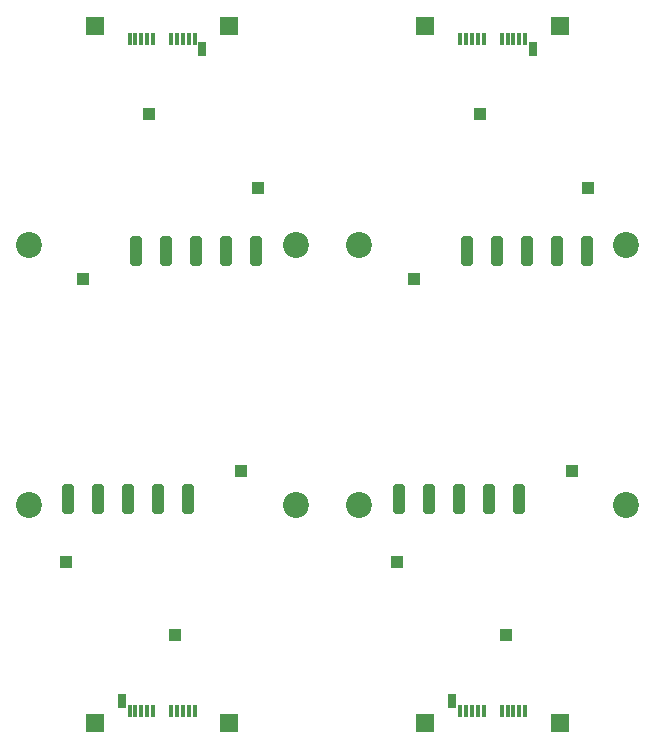
<source format=gbr>
%TF.GenerationSoftware,KiCad,Pcbnew,7.0.8*%
%TF.CreationDate,2024-04-11T01:14:03+02:00*%
%TF.ProjectId,Expansion_Card_Retrofit,45787061-6e73-4696-9f6e-5f436172645f,X1*%
%TF.SameCoordinates,Original*%
%TF.FileFunction,Soldermask,Bot*%
%TF.FilePolarity,Negative*%
%FSLAX46Y46*%
G04 Gerber Fmt 4.6, Leading zero omitted, Abs format (unit mm)*
G04 Created by KiCad (PCBNEW 7.0.8) date 2024-04-11 01:14:03*
%MOMM*%
%LPD*%
G01*
G04 APERTURE LIST*
G04 Aperture macros list*
%AMRoundRect*
0 Rectangle with rounded corners*
0 $1 Rounding radius*
0 $2 $3 $4 $5 $6 $7 $8 $9 X,Y pos of 4 corners*
0 Add a 4 corners polygon primitive as box body*
4,1,4,$2,$3,$4,$5,$6,$7,$8,$9,$2,$3,0*
0 Add four circle primitives for the rounded corners*
1,1,$1+$1,$2,$3*
1,1,$1+$1,$4,$5*
1,1,$1+$1,$6,$7*
1,1,$1+$1,$8,$9*
0 Add four rect primitives between the rounded corners*
20,1,$1+$1,$2,$3,$4,$5,0*
20,1,$1+$1,$4,$5,$6,$7,0*
20,1,$1+$1,$6,$7,$8,$9,0*
20,1,$1+$1,$8,$9,$2,$3,0*%
G04 Aperture macros list end*
%ADD10R,1.500000X1.500000*%
%ADD11RoundRect,0.250000X0.250000X1.000000X-0.250000X1.000000X-0.250000X-1.000000X0.250000X-1.000000X0*%
%ADD12RoundRect,0.250000X-0.250000X-1.000000X0.250000X-1.000000X0.250000X1.000000X-0.250000X1.000000X0*%
%ADD13R,1.000000X1.000000*%
%ADD14C,2.200000*%
%ADD15R,0.700000X1.150000*%
%ADD16R,0.380000X1.000000*%
G04 APERTURE END LIST*
D10*
%TO.C,TP4*%
X154700000Y-76000000D03*
%TD*%
%TO.C,TP2*%
X143300000Y-76000000D03*
%TD*%
%TO.C,TP4*%
X126700000Y-76000000D03*
%TD*%
%TO.C,TP2*%
X115300000Y-76000000D03*
%TD*%
%TO.C,TP4*%
X115300000Y-135000000D03*
%TD*%
%TO.C,TP2*%
X126700000Y-135000000D03*
%TD*%
%TO.C,TP4*%
X143300000Y-135000000D03*
%TD*%
%TO.C,TP2*%
X154700000Y-135000000D03*
%TD*%
D11*
%TO.C,J1*%
X141020000Y-116025000D03*
X143560000Y-116025000D03*
X146100000Y-116025000D03*
X148640000Y-116025000D03*
X151180000Y-116025000D03*
%TD*%
%TO.C,J1*%
X123180000Y-116025000D03*
X120640000Y-116025000D03*
X118100000Y-116025000D03*
X115560000Y-116025000D03*
X113020000Y-116025000D03*
%TD*%
D12*
%TO.C,J1*%
X146820000Y-94975000D03*
X149360000Y-94975000D03*
X151900000Y-94975000D03*
X154440000Y-94975000D03*
X156980000Y-94975000D03*
%TD*%
%TO.C,J1*%
X118820000Y-94975000D03*
X121360000Y-94975000D03*
X123900000Y-94975000D03*
X126440000Y-94975000D03*
X128980000Y-94975000D03*
%TD*%
D13*
%TO.C,TP8*%
X140900000Y-121350000D03*
%TD*%
%TO.C,TP7*%
X150100000Y-127550000D03*
%TD*%
D14*
%TO.C,H1*%
X160300000Y-116500000D03*
%TD*%
D15*
%TO.C,P1*%
X145580000Y-133120000D03*
D16*
X151750000Y-133960000D03*
X151250000Y-133960000D03*
X150750000Y-133960000D03*
X150250000Y-133960000D03*
X149750000Y-133960000D03*
X148250000Y-133960000D03*
X147750000Y-133960000D03*
X147250000Y-133960000D03*
X146750000Y-133960000D03*
X146250000Y-133960000D03*
%TD*%
D13*
%TO.C,TP5*%
X155700000Y-113650000D03*
%TD*%
D14*
%TO.C,H2*%
X137700000Y-116500000D03*
%TD*%
D13*
%TO.C,TP8*%
X112900000Y-121350000D03*
%TD*%
%TO.C,TP7*%
X122100000Y-127550000D03*
%TD*%
D14*
%TO.C,H1*%
X132300000Y-116500000D03*
%TD*%
D16*
%TO.C,P1*%
X118250000Y-133960000D03*
X118750000Y-133960000D03*
X119250000Y-133960000D03*
X119750000Y-133960000D03*
X120250000Y-133960000D03*
X121750000Y-133960000D03*
X122250000Y-133960000D03*
X122750000Y-133960000D03*
X123250000Y-133960000D03*
X123750000Y-133960000D03*
D15*
X117580000Y-133120000D03*
%TD*%
D13*
%TO.C,TP5*%
X127700000Y-113650000D03*
%TD*%
D14*
%TO.C,H2*%
X109700000Y-116500000D03*
%TD*%
D13*
%TO.C,TP8*%
X157100000Y-89650000D03*
%TD*%
%TO.C,TP7*%
X147900000Y-83450000D03*
%TD*%
D14*
%TO.C,H1*%
X137700000Y-94500000D03*
%TD*%
D16*
%TO.C,P1*%
X151750000Y-77040000D03*
X151250000Y-77040000D03*
X150750000Y-77040000D03*
X150250000Y-77040000D03*
X149750000Y-77040000D03*
X148250000Y-77040000D03*
X147750000Y-77040000D03*
X147250000Y-77040000D03*
X146750000Y-77040000D03*
X146250000Y-77040000D03*
D15*
X152420000Y-77880000D03*
%TD*%
D13*
%TO.C,TP5*%
X142300000Y-97350000D03*
%TD*%
D14*
%TO.C,H2*%
X160300000Y-94500000D03*
%TD*%
D13*
%TO.C,TP8*%
X129100000Y-89650000D03*
%TD*%
%TO.C,TP7*%
X119900000Y-83450000D03*
%TD*%
%TO.C,TP5*%
X114300000Y-97350000D03*
%TD*%
D15*
%TO.C,P1*%
X124420000Y-77880000D03*
D16*
X118250000Y-77040000D03*
X118750000Y-77040000D03*
X119250000Y-77040000D03*
X119750000Y-77040000D03*
X120250000Y-77040000D03*
X121750000Y-77040000D03*
X122250000Y-77040000D03*
X122750000Y-77040000D03*
X123250000Y-77040000D03*
X123750000Y-77040000D03*
%TD*%
D14*
%TO.C,H2*%
X132300000Y-94500000D03*
%TD*%
%TO.C,H1*%
X109700000Y-94500000D03*
%TD*%
M02*

</source>
